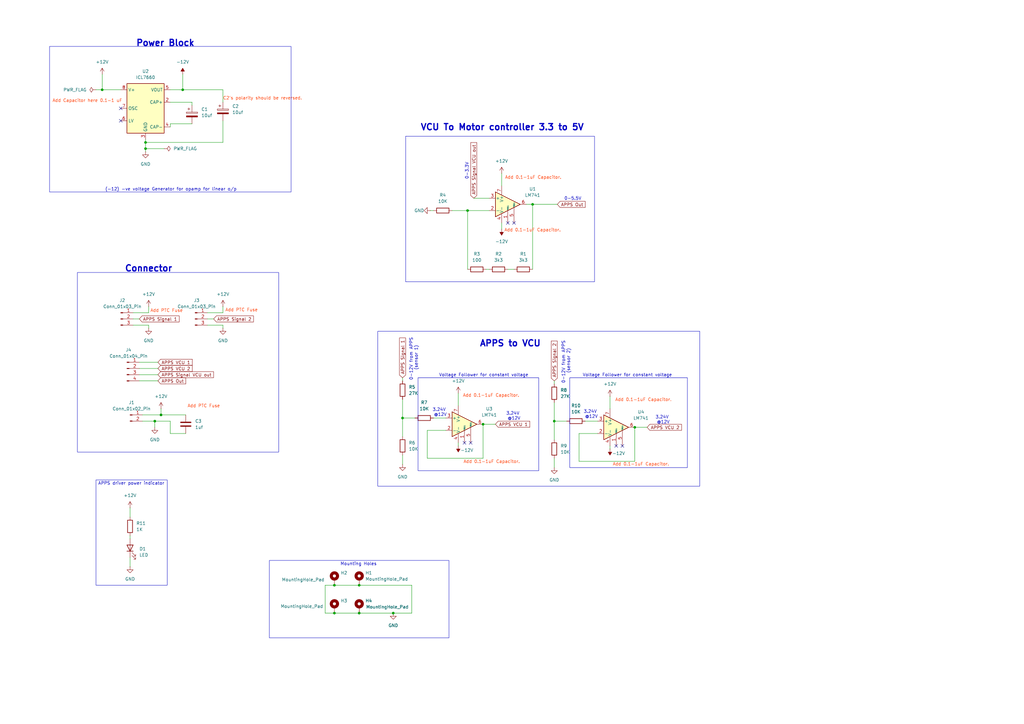
<source format=kicad_sch>
(kicad_sch (version 20231120) (generator "eeschema") (generator_version "8.0")
  (paper "A3")
  (lib_symbols
    (symbol "Amplifier_Operational:LM741" (pin_names (offset 0.127))
      (property "Reference" "U" (at 0 6.35 0))
      (property "Value" "LM741" (at 0 3.81 0))
      (symbol "LM741_0_1"
        (polyline (pts (xy -5.08 5.08) (xy 5.08 0) (xy -5.08 -5.08) (xy -5.08 5.08)) (stroke (width 0.254)) (fill (type background)))
      )
      (symbol "LM741_1_1"
        (pin input line (at 0 -7.62 90) (length 5.08) (name "NULL") (number "1"))
        (pin input line (at -7.62 -2.54 0) (length 2.54) (name "-") (number "2"))
        (pin input line (at -7.62 2.54 0) (length 2.54) (name "+") (number "3"))
        (pin power_in line (at -2.54 -7.62 90) (length 3.81) (name "V-") (number "4"))
        (pin input line (at 2.54 -7.62 90) (length 6.35) (name "NULL") (number "5"))
        (pin output line (at 7.62 0 180) (length 2.54) (name "~") (number "6"))
        (pin power_in line (at -2.54 7.62 270) (length 3.81) (name "V+") (number "7"))
        (pin no_connect line (at 0 2.54 270) (length 2.54) hide (name "NC") (number "8"))
      )
    )
    (symbol "Connector:Conn_01x02_Pin" (pin_names (offset 1.016) hide)
      (property "Reference" "J" (at 0 2.54 0))
      (property "Value" "Conn_01x02_Pin" (at 0 -5.08 0))
      (symbol "Conn_01x02_Pin_1_1"
        (polyline (pts (xy 1.27 -2.54) (xy 0.8636 -2.54)) (stroke (width 0.1524)))
        (polyline (pts (xy 1.27 0) (xy 0.8636 0)) (stroke (width 0.1524)))
        (rectangle (start 0.8636 -2.413) (end 0 -2.667) (stroke (width 0.1524)) (fill (type outline)))
        (rectangle (start 0.8636 0.127) (end 0 -0.127) (stroke (width 0.1524)) (fill (type outline)))
        (pin passive line (at 5.08 0 180) (length 3.81) (name "Pin_1") (number "1"))
        (pin passive line (at 5.08 -2.54 180) (length 3.81) (name "Pin_2") (number "2"))
      )
    )
    (symbol "Connector:Conn_01x03_Pin" (pin_names (offset 1.016) hide)
      (property "Reference" "J" (at 0 5.08 0))
      (property "Value" "Conn_01x03_Pin" (at 0 -5.08 0))
      (symbol "Conn_01x03_Pin_1_1"
        (polyline (pts (xy 1.27 -2.54) (xy 0.8636 -2.54)) (stroke (width 0.1524)))
        (polyline (pts (xy 1.27 0) (xy 0.8636 0)) (stroke (width 0.1524)))
        (polyline (pts (xy 1.27 2.54) (xy 0.8636 2.54)) (stroke (width 0.1524)))
        (rectangle (start 0.8636 -2.413) (end 0 -2.667) (stroke (width 0.1524)) (fill (type outline)))
        (rectangle (start 0.8636 0.127) (end 0 -0.127) (stroke (width 0.1524)) (fill (type outline)))
        (rectangle (start 0.8636 2.667) (end 0 2.413) (stroke (width 0.1524)) (fill (type outline)))
        (pin passive line (at 5.08 2.54 180) (length 3.81) (name "Pin_1") (number "1"))
        (pin passive line (at 5.08 0 180) (length 3.81) (name "Pin_2") (number "2"))
        (pin passive line (at 5.08 -2.54 180) (length 3.81) (name "Pin_3") (number "3"))
      )
    )
    (symbol "Connector:Conn_01x04_Pin" (pin_names (offset 1.016) hide)
      (property "Reference" "J" (at 0 5.08 0))
      (property "Value" "Conn_01x04_Pin" (at 0 -7.62 0))
      (symbol "Conn_01x04_Pin_1_1"
        (polyline (pts (xy 1.27 -5.08) (xy 0.8636 -5.08)) (stroke (width 0.1524)))
        (polyline (pts (xy 1.27 -2.54) (xy 0.8636 -2.54)) (stroke (width 0.1524)))
        (polyline (pts (xy 1.27 0) (xy 0.8636 0)) (stroke (width 0.1524)))
        (polyline (pts (xy 1.27 2.54) (xy 0.8636 2.54)) (stroke (width 0.1524)))
        (rectangle (start 0.8636 -4.953) (end 0 -5.207) (stroke (width 0.1524)) (fill (type outline)))
        (rectangle (start 0.8636 -2.413) (end 0 -2.667) (stroke (width 0.1524)) (fill (type outline)))
        (rectangle (start 0.8636 0.127) (end 0 -0.127) (stroke (width 0.1524)) (fill (type outline)))
        (rectangle (start 0.8636 2.667) (end 0 2.413) (stroke (width 0.1524)) (fill (type outline)))
        (pin passive line (at 5.08 2.54 180) (length 3.81) (name "Pin_1") (number "1"))
        (pin passive line (at 5.08 0 180) (length 3.81) (name "Pin_2") (number "2"))
        (pin passive line (at 5.08 -2.54 180) (length 3.81) (name "Pin_3") (number "3"))
        (pin passive line (at 5.08 -5.08 180) (length 3.81) (name "Pin_4") (number "4"))
      )
    )
    (symbol "Device:C" (pin_numbers hide) (pin_names (offset 0.254))
      (property "Reference" "C" (at 0.635 2.54 0))
      (property "Value" "C" (at 0.635 -2.54 0))
      (symbol "C_0_1"
        (polyline (pts (xy -2.032 -0.762) (xy 2.032 -0.762)) (stroke (width 0.508)))
        (polyline (pts (xy -2.032 0.762) (xy 2.032 0.762)) (stroke (width 0.508)))
      )
      (symbol "C_1_1"
        (pin passive line (at 0 3.81 270) (length 2.794) (name "~") (number "1"))
        (pin passive line (at 0 -3.81 90) (length 2.794) (name "~") (number "2"))
      )
    )
    (symbol "Device:C_Polarized" (pin_numbers hide) (pin_names (offset 0.254))
      (property "Reference" "C" (at 0.635 2.54 0))
      (property "Value" "C_Polarized" (at 0.635 -2.54 0))
      (symbol "C_Polarized_0_1"
        (rectangle (start -2.286 0.508) (end 2.286 1.016))
        (polyline (pts (xy -1.778 2.286) (xy -0.762 2.286)))
        (polyline (pts (xy -1.27 2.794) (xy -1.27 1.778)))
        (rectangle (start 2.286 -0.508) (end -2.286 -1.016) (fill (type outline)))
      )
      (symbol "C_Polarized_1_1"
        (pin passive line (at 0 3.81 270) (length 2.794) (name "~") (number "1"))
        (pin passive line (at 0 -3.81 90) (length 2.794) (name "~") (number "2"))
      )
    )
    (symbol "Device:LED" (pin_numbers hide) (pin_names (offset 1.016) hide)
      (property "Reference" "D" (at 0 2.54 0))
      (property "Value" "LED" (at 0 -2.54 0))
      (symbol "LED_0_1"
        (polyline (pts (xy -1.27 -1.27) (xy -1.27 1.27)) (stroke (width 0.254)))
        (polyline (pts (xy -1.27 0) (xy 1.27 0)))
        (polyline (pts (xy 1.27 -1.27) (xy 1.27 1.27) (xy -1.27 0) (xy 1.27 -1.27)) (stroke (width 0.254)))
        (polyline (pts (xy -3.048 -0.762) (xy -4.572 -2.286) (xy -3.81 -2.286) (xy -4.572 -2.286) (xy -4.572 -1.524)))
        (polyline (pts (xy -1.778 -0.762) (xy -3.302 -2.286) (xy -2.54 -2.286) (xy -3.302 -2.286) (xy -3.302 -1.524)))
      )
      (symbol "LED_1_1"
        (pin passive line (at -3.81 0 0) (length 2.54) (name "K") (number "1"))
        (pin passive line (at 3.81 0 180) (length 2.54) (name "A") (number "2"))
      )
    )
    (symbol "Device:R" (pin_numbers hide) (pin_names (offset 0))
      (property "Reference" "R" (at 2.032 0 90))
      (property "Value" "R" (at 0 0 90))
      (symbol "R_0_1"
        (rectangle (start -1.016 -2.54) (end 1.016 2.54) (stroke (width 0.254)))
      )
      (symbol "R_1_1"
        (pin passive line (at 0 3.81 270) (length 1.27) (name "~") (number "1"))
        (pin passive line (at 0 -3.81 90) (length 1.27) (name "~") (number "2"))
      )
    )
    (symbol "Mechanical:MountingHole_Pad" (pin_numbers hide) (pin_names (offset 1.016) hide) (exclude_from_sim yes) (in_bom no)
      (property "Reference" "H" (at 0 6.35 0))
      (property "Value" "MountingHole_Pad" (at 0 4.445 0))
      (symbol "MountingHole_Pad_0_1"
        (circle (center 0 1.27) (radius 1.27) (stroke (width 1.27)))
      )
      (symbol "MountingHole_Pad_1_1"
        (pin input line (at 0 -2.54 90) (length 2.54) (name "1") (number "1"))
      )
    )
    (symbol "Regulator_SwitchedCapacitor:ICL7660"
      (property "Reference" "U" (at -6.35 11.43 0))
      (property "Value" "ICL7660" (at 3.81 11.43 0))
      (symbol "ICL7660_0_1"
        (rectangle (start -7.62 10.16) (end 7.62 -10.16) (stroke (width 0.254)) (fill (type background)))
      )
      (symbol "ICL7660_1_1"
        (pin no_connect line (at -7.62 5.08 0) (length 2.54) hide (name "NC") (number "1"))
        (pin input line (at 10.16 2.54 180) (length 2.54) (name "CAP+") (number "2"))
        (pin power_in line (at 0 -12.7 90) (length 2.54) (name "GND") (number "3"))
        (pin input line (at 10.16 -7.62 180) (length 2.54) (name "CAP-") (number "4"))
        (pin power_out line (at 10.16 7.62 180) (length 2.54) (name "VOUT") (number "5"))
        (pin input line (at -10.16 -5.08 0) (length 2.54) (name "LV") (number "6"))
        (pin input line (at -10.16 0 0) (length 2.54) (name "OSC") (number "7"))
        (pin power_in line (at -10.16 7.62 0) (length 2.54) (name "V+") (number "8"))
      )
    )
    (symbol "power:+12V" (power) (pin_numbers hide) (pin_names (offset 0) hide)
      (property "Value" "+12V" (at 0 3.556 0))
      (symbol "+12V_0_1"
        (polyline (pts (xy -0.762 1.27) (xy 0 2.54)))
        (polyline (pts (xy 0 0) (xy 0 2.54)))
        (polyline (pts (xy 0 2.54) (xy 0.762 1.27)))
      )
      (symbol "+12V_1_1"
        (pin power_in line (at 0 0 90) (length 0) (name "~") (number "1"))
      )
    )
    (symbol "power:-12V" (power) (pin_numbers hide) (pin_names (offset 0) hide)
      (property "Value" "-12V" (at 0 3.556 0))
      (symbol "-12V_0_0"
        (pin power_in line (at 0 0 90) (length 0) (name "~") (number "1"))
      )
      (symbol "-12V_0_1"
        (polyline (pts (xy 0 0) (xy 0 1.27) (xy 0.762 1.27) (xy 0 2.54) (xy -0.762 1.27) (xy 0 1.27)) (fill (type outline)))
      )
    )
    (symbol "power:GND" (power) (pin_numbers hide) (pin_names (offset 0) hide)
      (property "Value" "GND" (at 0 -3.81 0))
      (symbol "GND_0_1"
        (polyline (pts (xy 0 0) (xy 0 -1.27) (xy 1.27 -1.27) (xy 0 -2.54) (xy -1.27 -1.27) (xy 0 -1.27)))
      )
      (symbol "GND_1_1"
        (pin power_in line (at 0 0 270) (length 0) (name "~") (number "1"))
      )
    )
    (symbol "power:PWR_FLAG" (power) (pin_numbers hide) (pin_names (offset 0) hide)
      (property "Value" "PWR_FLAG" (at 0 3.81 0))
      (symbol "PWR_FLAG_0_0"
        (pin power_out line (at 0 0 90) (length 0) (name "~") (number "1"))
      )
      (symbol "PWR_FLAG_0_1"
        (polyline (pts (xy 0 0) (xy 0 1.27) (xy -1.016 1.905) (xy 0 2.54) (xy 1.016 1.905) (xy 0 1.27)))
      )
    )
  )
  (junction (at 59.69 58.42))
  (junction (at 137.16 251.46))
  (junction (at 74.93 36.83))
  (junction (at 260.35 175.26))
  (junction (at 191.77 86.36))
  (junction (at 147.32 240.03))
  (junction (at 218.44 83.82))
  (junction (at 165.1 171.45))
  (junction (at 63.5 172.72))
  (junction (at 59.69 60.96))
  (junction (at 198.12 173.99))
  (junction (at 227.33 172.72))
  (junction (at 66.04 170.18))
  (junction (at 137.16 240.03))
  (junction (at 147.32 251.46))
  (junction (at 41.91 36.83))
  (junction (at 161.29 251.46))
  (no_connect (at 49.53 44.45))
  (no_connect (at 193.04 181.61))
  (no_connect (at 49.53 49.53))
  (no_connect (at 210.82 91.44))
  (no_connect (at 255.27 182.88))
  (no_connect (at 252.73 182.88))
  (no_connect (at 190.5 181.61))
  (no_connect (at 208.28 91.44))
  (wire (pts (xy 205.74 91.44) (xy 205.74 93.98)))
  (wire (pts (xy 250.19 162.56) (xy 250.19 167.64)))
  (wire (pts (xy 198.12 173.99) (xy 203.2 173.99)))
  (wire (pts (xy 54.61 130.81) (xy 57.15 130.81)))
  (wire (pts (xy 60.96 128.27) (xy 54.61 128.27)))
  (wire (pts (xy 41.91 30.48) (xy 41.91 36.83)))
  (wire (pts (xy 191.77 86.36) (xy 200.66 86.36)))
  (wire (pts (xy 59.69 60.96) (xy 67.31 60.96)))
  (wire (pts (xy 175.26 187.96) (xy 198.12 187.96)))
  (wire (pts (xy 260.35 189.23) (xy 260.35 175.26)))
  (wire (pts (xy 198.12 187.96) (xy 198.12 173.99)))
  (wire (pts (xy 91.44 133.35) (xy 91.44 134.62)))
  (wire (pts (xy 218.44 83.82) (xy 228.6 83.82)))
  (wire (pts (xy 66.04 167.64) (xy 66.04 170.18)))
  (wire (pts (xy 60.96 133.35) (xy 60.96 134.62)))
  (wire (pts (xy 69.85 50.8) (xy 69.85 52.07)))
  (wire (pts (xy 91.44 49.53) (xy 91.44 58.42)))
  (wire (pts (xy 191.77 110.49) (xy 191.77 86.36)))
  (wire (pts (xy 60.96 125.73) (xy 60.96 128.27)))
  (wire (pts (xy 59.69 60.96) (xy 59.69 62.23)))
  (wire (pts (xy 232.41 172.72) (xy 227.33 172.72)))
  (wire (pts (xy 137.16 251.46) (xy 147.32 251.46)))
  (wire (pts (xy 218.44 83.82) (xy 215.9 83.82)))
  (wire (pts (xy 63.5 172.72) (xy 63.5 175.26)))
  (wire (pts (xy 133.35 251.46) (xy 133.35 240.03)))
  (wire (pts (xy 168.91 240.03) (xy 168.91 251.46)))
  (wire (pts (xy 227.33 187.96) (xy 227.33 191.77)))
  (wire (pts (xy 187.96 181.61) (xy 187.96 182.88)))
  (wire (pts (xy 182.88 176.53) (xy 175.26 176.53)))
  (wire (pts (xy 58.42 170.18) (xy 66.04 170.18)))
  (wire (pts (xy 53.34 208.28) (xy 53.34 212.09)))
  (wire (pts (xy 260.35 175.26) (xy 265.43 175.26)))
  (wire (pts (xy 58.42 172.72) (xy 63.5 172.72)))
  (wire (pts (xy 175.26 176.53) (xy 175.26 187.96)))
  (wire (pts (xy 240.03 172.72) (xy 245.11 172.72)))
  (wire (pts (xy 147.32 240.03) (xy 168.91 240.03)))
  (wire (pts (xy 53.34 228.6) (xy 53.34 232.41)))
  (wire (pts (xy 199.39 110.49) (xy 200.66 110.49)))
  (wire (pts (xy 208.28 110.49) (xy 210.82 110.49)))
  (wire (pts (xy 137.16 251.46) (xy 133.35 251.46)))
  (wire (pts (xy 245.11 177.8) (xy 237.49 177.8)))
  (wire (pts (xy 165.1 171.45) (xy 165.1 163.83)))
  (wire (pts (xy 85.09 130.81) (xy 87.63 130.81)))
  (wire (pts (xy 41.91 36.83) (xy 49.53 36.83)))
  (wire (pts (xy 39.37 36.83) (xy 41.91 36.83)))
  (wire (pts (xy 59.69 58.42) (xy 59.69 57.15)))
  (wire (pts (xy 133.35 240.03) (xy 137.16 240.03)))
  (wire (pts (xy 227.33 156.21) (xy 227.33 157.48)))
  (wire (pts (xy 237.49 177.8) (xy 237.49 189.23)))
  (wire (pts (xy 74.93 36.83) (xy 69.85 36.83)))
  (wire (pts (xy 187.96 161.29) (xy 187.96 166.37)))
  (wire (pts (xy 205.74 71.12) (xy 205.74 76.2)))
  (wire (pts (xy 76.2 177.8) (xy 69.85 177.8)))
  (wire (pts (xy 170.18 171.45) (xy 165.1 171.45)))
  (wire (pts (xy 69.85 172.72) (xy 63.5 172.72)))
  (wire (pts (xy 177.8 171.45) (xy 182.88 171.45)))
  (wire (pts (xy 57.15 151.13) (xy 64.77 151.13)))
  (wire (pts (xy 78.74 41.91) (xy 78.74 43.18)))
  (wire (pts (xy 165.1 154.94) (xy 165.1 156.21)))
  (wire (pts (xy 165.1 171.45) (xy 165.1 179.07)))
  (wire (pts (xy 91.44 125.73) (xy 91.44 128.27)))
  (wire (pts (xy 66.04 170.18) (xy 76.2 170.18)))
  (wire (pts (xy 59.69 58.42) (xy 59.69 60.96)))
  (wire (pts (xy 91.44 128.27) (xy 85.09 128.27)))
  (wire (pts (xy 168.91 251.46) (xy 161.29 251.46)))
  (wire (pts (xy 57.15 148.59) (xy 64.77 148.59)))
  (wire (pts (xy 74.93 30.48) (xy 74.93 36.83)))
  (wire (pts (xy 161.29 251.46) (xy 147.32 251.46)))
  (wire (pts (xy 137.16 240.03) (xy 147.32 240.03)))
  (wire (pts (xy 185.42 86.36) (xy 191.77 86.36)))
  (wire (pts (xy 69.85 177.8) (xy 69.85 172.72)))
  (wire (pts (xy 91.44 58.42) (xy 59.69 58.42)))
  (wire (pts (xy 53.34 219.71) (xy 53.34 220.98)))
  (wire (pts (xy 176.53 86.36) (xy 177.8 86.36)))
  (wire (pts (xy 78.74 50.8) (xy 69.85 50.8)))
  (wire (pts (xy 85.09 133.35) (xy 91.44 133.35)))
  (wire (pts (xy 237.49 189.23) (xy 260.35 189.23)))
  (wire (pts (xy 54.61 133.35) (xy 60.96 133.35)))
  (wire (pts (xy 57.15 153.67) (xy 64.77 153.67)))
  (wire (pts (xy 218.44 110.49) (xy 218.44 83.82)))
  (wire (pts (xy 165.1 186.69) (xy 165.1 190.5)))
  (wire (pts (xy 69.85 41.91) (xy 78.74 41.91)))
  (wire (pts (xy 57.15 156.21) (xy 64.77 156.21)))
  (wire (pts (xy 227.33 172.72) (xy 227.33 165.1)))
  (wire (pts (xy 194.31 81.28) (xy 200.66 81.28)))
  (wire (pts (xy 74.93 36.83) (xy 91.44 36.83)))
  (wire (pts (xy 91.44 36.83) (xy 91.44 41.91)))
  (wire (pts (xy 250.19 182.88) (xy 250.19 184.15)))
  (wire (pts (xy 227.33 172.72) (xy 227.33 180.34)))
  (rectangle (start 31.75 111.76) (end 114.3 185.42))
  (rectangle (start 233.68 154.94) (end 281.94 191.77))
  (rectangle (start 110.49 229.87) (end 184.15 261.62))
  (rectangle (start 171.45 154.94) (end 220.98 193.04))
  (rectangle (start 20.32 19.05) (end 119.38 78.74))
  (rectangle (start 166.37 55.88) (end 243.84 115.57))
  (rectangle (start 154.94 135.89) (end 287.02 199.39))
  (rectangle (start 39.37 196.85) (end 68.58 240.03))
  (text "Add 0.1-1uF Capacitor." (at 201.676 189.484 0) (effects (font (size 1.27 1.27))))
  (text "APPS to VCU" (at 209.296 140.97 0) (effects (font (size 2.54 2.54) (thickness 0.508) (bold yes))))
  (text "0-5.5V" (at 234.95 81.534 0) (effects (font (size 1.27 1.27))))
  (text "0-12V from APPS \n(sensor 2)\n\n" (at 233.172 148.082 90) (effects (font (size 1.27 1.27))))
  (text "Add 0.1-1uF Capacitor." (at 263.906 164.084 0) (effects (font (size 1.27 1.27))))
  (text "VCU To Motor controller 3.3 to 5V\n\n" (at 205.994 54.356 0) (effects (font (size 2.54 2.54) (thickness 0.508) (bold yes))))
  (text "APPS driver power indicator\n" (at 53.848 198.374 0) (effects (font (size 1.27 1.27))))
  (text "C2's polarity should be reversed." (at 107.696 40.386 0) (effects (font (size 1.27 1.27))))
  (text "3.24V \n@12V" (at 272.034 172.212 0) (effects (font (size 1.27 1.27))))
  (text "0-3.3V" (at 191.516 70.104 90) (effects (font (size 1.27 1.27))))
  (text "3.24V \n@12V" (at 180.594 169.164 0) (effects (font (size 1.27 1.27))))
  (text "Add Capacitor here 0.1-1 uF" (at 35.814 41.402 0) (effects (font (size 1.27 1.27))))
  (text "(-12) -ve voltage Generator for opamp for linear o/p" (at 70.104 77.724 0) (effects (font (size 1.27 1.27))))
  (text "Add PTC Fuse" (at 68.326 127.508 0) (effects (font (size 1.27 1.27))))
  (text "Mounting Holes\n" (at 147.066 231.394 0) (effects (font (size 1.27 1.27))))
  (text "Add PTC Fuse" (at 83.566 166.624 0) (effects (font (size 1.27 1.27))))
  (text "Power Block" (at 67.818 17.78 0) (effects (font (size 2.54 2.54) (thickness 0.508) (bold yes))))
  (text "3.24V \n@12V" (at 210.82 170.688 0) (effects (font (size 1.27 1.27))))
  (text "Add 0.1-1uF Capacitor." (at 218.44 94.488 0) (effects (font (size 1.27 1.27))))
  (text "Add PTC Fuse" (at 99.06 127.254 0) (effects (font (size 1.27 1.27))))
  (text "Voltage Follower for constant voltage\n" (at 198.374 153.924 0) (effects (font (size 1.27 1.27))))
  (text "Add 0.1-1uF Capacitor." (at 201.422 162.306 0) (effects (font (size 1.27 1.27))))
  (text "Add 0.1-1uF Capacitor." (at 262.89 190.5 0) (effects (font (size 1.27 1.27))))
  (text "Add 0.1-1uF Capacitor." (at 218.694 72.898 0) (effects (font (size 1.27 1.27))))
  (text "Connector\n" (at 60.96 110.236 0) (effects (font (size 2.54 2.54) (thickness 0.508) (bold yes))))
  (text "0-12V from APPS \n(sensor 1)\n\n" (at 170.688 146.812 90) (effects (font (size 1.27 1.27))))
  (text "3.24V \n@12V" (at 242.57 169.926 0) (effects (font (size 1.27 1.27))))
  (text "Voltage Follower for constant voltage\n" (at 257.302 153.924 0) (effects (font (size 1.27 1.27))))
  (global_label "APPS Signal 2" (shape input) (at 87.63 130.81 0) (property "Intersheetrefs" "${INTERSHEET_REFS}" (effects (hide yes))))
  (global_label "APPS Signal 2" (shape input) (at 227.33 156.21 90) (property "Intersheetrefs" "${INTERSHEET_REFS}" (effects (hide yes))))
  (global_label "APPS Signal VCU out" (shape input) (at 194.31 81.28 90) (property "Intersheetrefs" "${INTERSHEET_REFS}" (effects (hide yes))))
  (global_label "APPS VCU 2" (shape input) (at 64.77 151.13 0) (property "Intersheetrefs" "${INTERSHEET_REFS}" (effects (hide yes))))
  (global_label "APPS Out" (shape input) (at 64.77 156.21 0) (property "Intersheetrefs" "${INTERSHEET_REFS}" (effects (hide yes))))
  (global_label "APPS Out" (shape input) (at 228.6 83.82 0) (property "Intersheetrefs" "${INTERSHEET_REFS}" (effects (hide yes))))
  (global_label "APPS Signal 1" (shape input) (at 57.15 130.81 0) (property "Intersheetrefs" "${INTERSHEET_REFS}" (effects (hide yes))))
  (global_label "APPS VCU 1" (shape input) (at 203.2 173.99 0) (property "Intersheetrefs" "${INTERSHEET_REFS}" (effects (hide yes))))
  (global_label "APPS Signal 1" (shape input) (at 165.1 154.94 90) (property "Intersheetrefs" "${INTERSHEET_REFS}" (effects (hide yes))))
  (global_label "APPS VCU 1" (shape input) (at 64.77 148.59 0) (property "Intersheetrefs" "${INTERSHEET_REFS}" (effects (hide yes))))
  (global_label "APPS VCU 2" (shape input) (at 265.43 175.26 0) (property "Intersheetrefs" "${INTERSHEET_REFS}" (effects (hide yes))))
  (global_label "APPS Signal VCU out" (shape input) (at 64.77 153.67 0) (property "Intersheetrefs" "${INTERSHEET_REFS}" (effects (hide yes))))
  (symbol (lib_id "power:+12V") (at 41.91 30.48 0) (unit 1)
    (property "Reference" "#PWR06" (effects (hide yes)))
    (property "Value" "+12V" (at 41.91 25.4 0))
    (property "Description" "Power symbol creates a global label with name \"+12V\"" (effects (hide yes)))
  )
  (symbol (lib_id "Device:C_Polarized") (at 78.74 46.99 0) (unit 1)
    (property "Reference" "C1" (at 82.55 44.8309 0) (effects (justify left)))
    (property "Value" "10uf" (at 82.55 47.3709 0) (effects (justify left)))
    (property "Footprint" "Capacitor_THT:C_Radial_D4.0mm_H5.0mm_P1.50mm" (effects (hide yes)))
    (property "Description" "Polarized capacitor" (effects (hide yes)))
  )
  (symbol (lib_id "Device:R") (at 165.1 160.02 180) (unit 1)
    (property "Reference" "R5" (at 167.64 158.7499 0) (effects (justify right)))
    (property "Value" "27K" (at 167.64 161.2899 0) (effects (justify right)))
    (property "Footprint" "Resistor_THT:R_Axial_DIN0207_L6.3mm_D2.5mm_P7.62mm_Horizontal" (effects (hide yes)))
    (property "Description" "Resistor" (effects (hide yes)))
  )
  (symbol (lib_id "Device:R") (at 53.34 215.9 0) (unit 1)
    (property "Reference" "R11" (at 55.88 214.6299 0) (effects (justify left)))
    (property "Value" "1K" (at 55.88 217.1699 0) (effects (justify left)))
    (property "Footprint" "Resistor_THT:R_Axial_DIN0207_L6.3mm_D2.5mm_P7.62mm_Horizontal" (effects (hide yes)))
    (property "Description" "Resistor" (effects (hide yes)))
  )
  (symbol (lib_id "power:-12V") (at 74.93 30.48 0) (unit 1)
    (property "Reference" "#PWR07" (effects (hide yes)))
    (property "Value" "-12V" (at 74.93 25.4 0))
    (property "Description" "Power symbol creates a global label with name \"-12V\"" (effects (hide yes)))
  )
  (symbol (lib_id "power:PWR_FLAG") (at 39.37 36.83 90) (unit 1)
    (property "Reference" "#FLG01" (effects (hide yes)))
    (property "Value" "PWR_FLAG" (at 35.56 36.8299 90) (effects (justify left)))
    (property "Description" "Special symbol for telling ERC where power comes from" (effects (hide yes)))
  )
  (symbol (lib_id "Device:R") (at 173.99 171.45 270) (unit 1)
    (property "Reference" "R7" (at 173.99 165.1 90))
    (property "Value" "10K" (at 173.99 167.64 90))
    (property "Footprint" "Resistor_THT:R_Axial_DIN0207_L6.3mm_D2.5mm_P7.62mm_Horizontal" (effects (hide yes)))
    (property "Description" "Resistor" (effects (hide yes)))
  )
  (symbol (lib_id "power:GND") (at 63.5 175.26 0) (unit 1)
    (property "Reference" "#PWR02" (effects (hide yes)))
    (property "Value" "GND" (at 63.5 180.34 0))
    (property "Description" "Power symbol creates a global label with name \"GND\" , ground" (effects (hide yes)))
  )
  (symbol (lib_id "Device:R") (at 214.63 110.49 90) (unit 1)
    (property "Reference" "R1" (at 214.63 104.14 90))
    (property "Value" "3k3" (at 214.63 106.68 90))
    (property "Footprint" "Resistor_THT:R_Axial_DIN0207_L6.3mm_D2.5mm_P7.62mm_Horizontal" (effects (hide yes)))
    (property "Description" "Resistor" (effects (hide yes)))
  )
  (symbol (lib_id "Mechanical:MountingHole_Pad") (at 147.32 248.92 0) (unit 1) (exclude_from_sim yes) (in_bom no)
    (property "Reference" "H4" (at 149.86 246.3799 0) (effects (justify left)))
    (property "Value" "MountingHole_Pad" (at 150.114 248.92 0) (effects (justify left)))
    (property "Footprint" "MountingHole:MountingHole_3.5mm_Pad" (effects (hide yes)))
    (property "Description" "Mounting Hole with connection" (effects (hide yes)))
  )
  (symbol (lib_id "power:GND") (at 165.1 190.5 0) (unit 1)
    (property "Reference" "#PWR09" (effects (hide yes)))
    (property "Value" "GND" (at 165.1 195.58 0))
    (property "Description" "Power symbol creates a global label with name \"GND\" , ground" (effects (hide yes)))
  )
  (symbol (lib_id "Device:R") (at 204.47 110.49 90) (unit 1)
    (property "Reference" "R2" (at 204.47 104.14 90))
    (property "Value" "3k3" (at 204.47 106.68 90))
    (property "Footprint" "Resistor_THT:R_Axial_DIN0207_L6.3mm_D2.5mm_P7.62mm_Horizontal" (effects (hide yes)))
    (property "Description" "Resistor" (effects (hide yes)))
  )
  (symbol (lib_id "Regulator_SwitchedCapacitor:ICL7660") (at 59.69 44.45 0) (unit 1)
    (property "Reference" "U2" (at 59.69 29.21 0))
    (property "Value" "ICL7660" (at 59.69 31.75 0))
    (property "Footprint" "Package_SO:SOIC-8_3.9x4.9mm_P1.27mm" (effects (hide yes)))
    (property "Datasheet" "http://datasheets.maximintegrated.com/en/ds/ICL7660-MAX1044.pdf" (effects (hide yes)))
    (property "Description" "Switched-Capacitor Voltage Converter, 1.5V to 10.0V operating supply voltage, 10mA with a 0.5V output drop, SO-8/DIP-8/µMAX-8/TO-99" (effects (hide yes)))
  )
  (symbol (lib_id "power:+12V") (at 53.34 208.28 0) (unit 1)
    (property "Reference" "#PWR021" (effects (hide yes)))
    (property "Value" "+12V" (at 53.34 203.2 0))
    (property "Description" "Power symbol creates a global label with name \"+12V\"" (effects (hide yes)))
  )
  (symbol (lib_id "Device:C_Polarized") (at 91.44 45.72 0) (unit 1)
    (property "Reference" "C2" (at 95.25 43.5609 0) (effects (justify left)))
    (property "Value" "10uf" (at 95.25 46.1009 0) (effects (justify left)))
    (property "Footprint" "Capacitor_THT:C_Radial_D4.0mm_H5.0mm_P1.50mm" (effects (hide yes)))
    (property "Description" "Polarized capacitor" (effects (hide yes)))
  )
  (symbol (lib_id "Connector:Conn_01x03_Pin") (at 80.01 130.81 0) (unit 1)
    (property "Reference" "J3" (at 80.645 123.19 0))
    (property "Value" "Conn_01x03_Pin" (at 80.645 125.73 0))
    (property "Footprint" "Connector_PinHeader_2.54mm:PinHeader_1x03_P2.54mm_Vertical" (effects (hide yes)))
    (property "Description" "Generic connector, single row, 01x03, script generated" (effects (hide yes)))
  )
  (symbol (lib_id "Amplifier_Operational:LM741") (at 208.28 83.82 0) (unit 1)
    (property "Reference" "U1" (at 218.44 77.5014 0))
    (property "Value" "LM741" (at 218.44 80.0414 0))
    (property "Footprint" "Package_DIP:CERDIP-8_W7.62mm_SideBrazed_LongPads_Socket" (effects (hide yes)))
    (property "Datasheet" "http://www.ti.com/lit/ds/symlink/lm741.pdf" (effects (hide yes)))
    (property "Description" "Operational Amplifier, DIP-8/TO-99-8" (effects (hide yes)))
  )
  (symbol (lib_id "power:PWR_FLAG") (at 67.31 60.96 270) (unit 1)
    (property "Reference" "#FLG03" (effects (hide yes)))
    (property "Value" "PWR_FLAG" (at 71.12 60.9599 90) (effects (justify left)))
    (property "Description" "Special symbol for telling ERC where power comes from" (effects (hide yes)))
  )
  (symbol (lib_id "power:+12V") (at 91.44 125.73 0) (unit 1)
    (property "Reference" "#PWR018" (effects (hide yes)))
    (property "Value" "+12V" (at 91.44 120.65 0))
    (property "Description" "Power symbol creates a global label with name \"+12V\"" (effects (hide yes)))
  )
  (symbol (lib_id "power:+12V") (at 250.19 162.56 0) (unit 1)
    (property "Reference" "#PWR013" (effects (hide yes)))
    (property "Value" "+12V" (at 250.19 157.48 0))
    (property "Description" "Power symbol creates a global label with name \"+12V\"" (effects (hide yes)))
  )
  (symbol (lib_id "Mechanical:MountingHole_Pad") (at 147.32 237.49 0) (unit 1) (exclude_from_sim yes) (in_bom no)
    (property "Reference" "H1" (at 149.86 234.9499 0) (effects (justify left)))
    (property "Value" "MountingHole_Pad" (at 149.86 237.4899 0) (effects (justify left)))
    (property "Footprint" "MountingHole:MountingHole_3.5mm_Pad" (effects (hide yes)))
    (property "Description" "Mounting Hole with connection" (effects (hide yes)))
  )
  (symbol (lib_id "power:GND") (at 176.53 86.36 270) (unit 1)
    (property "Reference" "#PWR01" (effects (hide yes)))
    (property "Value" "GND" (at 173.99 86.36 90) (effects (justify right)))
    (property "Description" "Power symbol creates a global label with name \"GND\" , ground" (effects (hide yes)))
  )
  (symbol (lib_id "Connector:Conn_01x02_Pin") (at 53.34 170.18 0) (unit 1)
    (property "Reference" "J1" (at 53.975 165.1 0))
    (property "Value" "Conn_01x02_Pin" (at 53.975 167.64 0))
    (property "Footprint" "Connector_PinHeader_2.54mm:PinHeader_1x02_P2.54mm_Vertical" (effects (hide yes)))
    (property "Description" "Generic connector, single row, 01x02, script generated" (effects (hide yes)))
  )
  (symbol (lib_id "power:+12V") (at 66.04 167.64 0) (unit 1)
    (property "Reference" "#PWR04" (effects (hide yes)))
    (property "Value" "+12V" (at 66.04 162.56 0))
    (property "Description" "Power symbol creates a global label with name \"+12V\"" (effects (hide yes)))
  )
  (symbol (lib_id "power:GND") (at 91.44 134.62 0) (unit 1)
    (property "Reference" "#PWR019" (effects (hide yes)))
    (property "Value" "GND" (at 91.44 139.7 0))
    (property "Description" "Power symbol creates a global label with name \"GND\" , ground" (effects (hide yes)))
  )
  (symbol (lib_id "Connector:Conn_01x03_Pin") (at 49.53 130.81 0) (unit 1)
    (property "Reference" "J2" (at 50.165 123.19 0))
    (property "Value" "Conn_01x03_Pin" (at 50.165 125.73 0))
    (property "Footprint" "Connector_PinHeader_2.54mm:PinHeader_1x03_P2.54mm_Vertical" (effects (hide yes)))
    (property "Description" "Generic connector, single row, 01x03, script generated" (effects (hide yes)))
  )
  (symbol (lib_id "Connector:Conn_01x04_Pin") (at 52.07 151.13 0) (unit 1)
    (property "Reference" "J4" (at 52.705 143.51 0))
    (property "Value" "Conn_01x04_Pin" (at 52.705 146.05 0))
    (property "Footprint" "Connector_PinHeader_2.54mm:PinHeader_1x04_P2.54mm_Vertical" (effects (hide yes)))
    (property "Description" "Generic connector, single row, 01x04, script generated" (effects (hide yes)))
  )
  (symbol (lib_id "Mechanical:MountingHole_Pad") (at 137.16 248.92 0) (unit 1) (exclude_from_sim yes) (in_bom no)
    (property "Reference" "H3" (at 139.7 246.3799 0) (effects (justify left)))
    (property "Value" "MountingHole_Pad" (at 115.062 248.666 0) (effects (justify left)))
    (property "Footprint" "MountingHole:MountingHole_3.5mm_Pad" (effects (hide yes)))
    (property "Description" "Mounting Hole with connection" (effects (hide yes)))
  )
  (symbol (lib_id "power:+12V") (at 205.74 71.12 0) (unit 1)
    (property "Reference" "#PWR03" (effects (hide yes)))
    (property "Value" "+12V" (at 205.74 66.04 0))
    (property "Description" "Power symbol creates a global label with name \"+12V\"" (effects (hide yes)))
  )
  (symbol (lib_id "Amplifier_Operational:LM741") (at 252.73 175.26 0) (unit 1)
    (property "Reference" "U4" (at 262.89 168.9414 0))
    (property "Value" "LM741" (at 262.89 171.4814 0))
    (property "Footprint" "Package_DIP:CERDIP-8_W7.62mm_SideBrazed_LongPads_Socket" (effects (hide yes)))
    (property "Datasheet" "http://www.ti.com/lit/ds/symlink/lm741.pdf" (effects (hide yes)))
    (property "Description" "Operational Amplifier, DIP-8/TO-99-8" (effects (hide yes)))
  )
  (symbol (lib_id "power:+12V") (at 60.96 125.73 0) (unit 1)
    (property "Reference" "#PWR015" (effects (hide yes)))
    (property "Value" "+12V" (at 60.96 120.65 0))
    (property "Description" "Power symbol creates a global label with name \"+12V\"" (effects (hide yes)))
  )
  (symbol (lib_id "power:+12V") (at 187.96 161.29 0) (unit 1)
    (property "Reference" "#PWR010" (effects (hide yes)))
    (property "Value" "+12V" (at 187.96 156.21 0))
    (property "Description" "Power symbol creates a global label with name \"+12V\"" (effects (hide yes)))
  )
  (symbol (lib_id "Mechanical:MountingHole_Pad") (at 137.16 237.49 0) (unit 1) (exclude_from_sim yes) (in_bom no)
    (property "Reference" "H2" (at 139.7 234.9499 0) (effects (justify left)))
    (property "Value" "MountingHole_Pad" (at 115.57 237.744 0) (effects (justify left)))
    (property "Footprint" "MountingHole:MountingHole_3.5mm_Pad" (effects (hide yes)))
    (property "Description" "Mounting Hole with connection" (effects (hide yes)))
  )
  (symbol (lib_id "Device:R") (at 227.33 161.29 180) (unit 1)
    (property "Reference" "R8" (at 229.87 160.0199 0) (effects (justify right)))
    (property "Value" "27K" (at 229.87 162.5599 0) (effects (justify right)))
    (property "Footprint" "Resistor_THT:R_Axial_DIN0207_L6.3mm_D2.5mm_P7.62mm_Horizontal" (effects (hide yes)))
    (property "Description" "Resistor" (effects (hide yes)))
  )
  (symbol (lib_id "power:-12V") (at 187.96 182.88 180) (unit 1)
    (property "Reference" "#PWR011" (effects (hide yes)))
    (property "Value" "-12V" (at 191.516 184.658 0))
    (property "Description" "Power symbol creates a global label with name \"-12V\"" (effects (hide yes)))
  )
  (symbol (lib_id "Amplifier_Operational:LM741") (at 190.5 173.99 0) (unit 1)
    (property "Reference" "U3" (at 200.66 167.6714 0))
    (property "Value" "LM741" (at 200.66 170.2114 0))
    (property "Footprint" "Package_DIP:CERDIP-8_W7.62mm_SideBrazed_LongPads_Socket" (effects (hide yes)))
    (property "Datasheet" "http://www.ti.com/lit/ds/symlink/lm741.pdf" (effects (hide yes)))
    (property "Description" "Operational Amplifier, DIP-8/TO-99-8" (effects (hide yes)))
  )
  (symbol (lib_id "power:GND") (at 59.69 62.23 0) (unit 1)
    (property "Reference" "#PWR08" (effects (hide yes)))
    (property "Value" "GND" (at 59.69 67.31 0))
    (property "Description" "Power symbol creates a global label with name \"GND\" , ground" (effects (hide yes)))
  )
  (symbol (lib_id "power:GND") (at 161.29 251.46 0) (unit 1)
    (property "Reference" "#PWR017" (effects (hide yes)))
    (property "Value" "GND" (at 161.29 256.54 0))
    (property "Description" "Power symbol creates a global label with name \"GND\" , ground" (effects (hide yes)))
  )
  (symbol (lib_id "Device:R") (at 181.61 86.36 90) (unit 1)
    (property "Reference" "R4" (at 181.61 80.01 90))
    (property "Value" "10K" (at 181.61 82.55 90))
    (property "Footprint" "Resistor_THT:R_Axial_DIN0207_L6.3mm_D2.5mm_P7.62mm_Horizontal" (effects (hide yes)))
    (property "Description" "Resistor" (effects (hide yes)))
  )
  (symbol (lib_id "Device:R") (at 236.22 172.72 270) (unit 1)
    (property "Reference" "R10" (at 236.22 166.37 90))
    (property "Value" "10K" (at 236.22 168.91 90))
    (property "Footprint" "Resistor_THT:R_Axial_DIN0207_L6.3mm_D2.5mm_P7.62mm_Horizontal" (effects (hide yes)))
    (property "Description" "Resistor" (effects (hide yes)))
  )
  (symbol (lib_id "power:-12V") (at 205.74 93.98 180) (unit 1)
    (property "Reference" "#PWR05" (effects (hide yes)))
    (property "Value" "-12V" (at 205.74 99.06 0))
    (property "Description" "Power symbol creates a global label with name \"-12V\"" (effects (hide yes)))
  )
  (symbol (lib_id "power:-12V") (at 250.19 184.15 180) (unit 1)
    (property "Reference" "#PWR014" (effects (hide yes)))
    (property "Value" "-12V" (at 253.746 185.928 0))
    (property "Description" "Power symbol creates a global label with name \"-12V\"" (effects (hide yes)))
  )
  (symbol (lib_id "power:GND") (at 60.96 134.62 0) (unit 1)
    (property "Reference" "#PWR016" (effects (hide yes)))
    (property "Value" "GND" (at 60.96 139.7 0))
    (property "Description" "Power symbol creates a global label with name \"GND\" , ground" (effects (hide yes)))
  )
  (symbol (lib_id "power:GND") (at 53.34 232.41 0) (unit 1)
    (property "Reference" "#PWR020" (effects (hide yes)))
    (property "Value" "GND" (at 53.34 237.49 0))
    (property "Description" "Power symbol creates a global label with name \"GND\" , ground" (effects (hide yes)))
  )
  (symbol (lib_id "power:GND") (at 227.33 191.77 0) (unit 1)
    (property "Reference" "#PWR012" (effects (hide yes)))
    (property "Value" "GND" (at 227.33 196.85 0))
    (property "Description" "Power symbol creates a global label with name \"GND\" , ground" (effects (hide yes)))
  )
  (symbol (lib_id "Device:R") (at 195.58 110.49 90) (unit 1)
    (property "Reference" "R3" (at 195.58 104.14 90))
    (property "Value" "100" (at 195.58 106.68 90))
    (property "Footprint" "Resistor_THT:R_Axial_DIN0207_L6.3mm_D2.5mm_P7.62mm_Horizontal" (effects (hide yes)))
    (property "Description" "Resistor" (effects (hide yes)))
  )
  (symbol (lib_id "Device:R") (at 165.1 182.88 180) (unit 1)
    (property "Reference" "R6" (at 167.64 181.6099 0) (effects (justify right)))
    (property "Value" "10K" (at 167.64 184.1499 0) (effects (justify right)))
    (property "Footprint" "Resistor_THT:R_Axial_DIN0207_L6.3mm_D2.5mm_P7.62mm_Horizontal" (effects (hide yes)))
    (property "Description" "Resistor" (effects (hide yes)))
  )
  (symbol (lib_id "Device:LED") (at 53.34 224.79 90) (unit 1)
    (property "Reference" "D1" (at 57.15 225.1074 90) (effects (justify right)))
    (property "Value" "LED" (at 57.15 227.6474 90) (effects (justify right)))
    (property "Footprint" "LED_THT:LED_D5.0mm" (effects (hide yes)))
    (property "Description" "Light emitting diode" (effects (hide yes)))
  )
  (symbol (lib_id "Device:R") (at 227.33 184.15 180) (unit 1)
    (property "Reference" "R9" (at 229.87 182.8799 0) (effects (justify right)))
    (property "Value" "10K" (at 229.87 185.4199 0) (effects (justify right)))
    (property "Footprint" "Resistor_THT:R_Axial_DIN0207_L6.3mm_D2.5mm_P7.62mm_Horizontal" (effects (hide yes)))
    (property "Description" "Resistor" (effects (hide yes)))
  )
  (symbol (lib_id "Device:C") (at 76.2 173.99 0) (unit 1)
    (property "Reference" "C3" (at 80.01 172.7199 0) (effects (justify left)))
    (property "Value" "1uf" (at 80.01 175.2599 0) (effects (justify left)))
    (property "Footprint" "Capacitor_THT:C_Radial_D4.0mm_H5.0mm_P1.50mm" (effects (hide yes)))
    (property "Description" "Unpolarized capacitor" (effects (hide yes)))
  )
)
</source>
